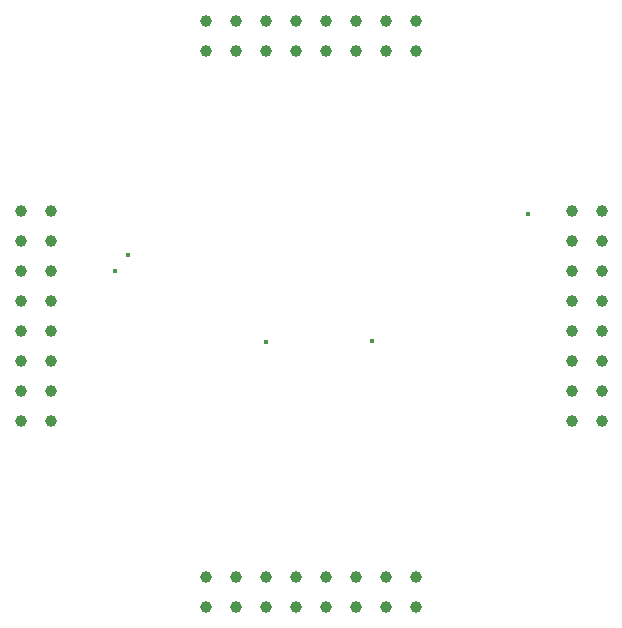
<source format=gbr>
%TF.GenerationSoftware,KiCad,Pcbnew,6.0.7+dfsg-1~bpo11+1*%
%TF.CreationDate,2022-10-12T23:47:33+02:00*%
%TF.ProjectId,vertExpIO_00,76657274-4578-4704-994f-5f30302e6b69,rev?*%
%TF.SameCoordinates,Original*%
%TF.FileFunction,Plated,1,2,PTH,Drill*%
%TF.FilePolarity,Positive*%
%FSLAX46Y46*%
G04 Gerber Fmt 4.6, Leading zero omitted, Abs format (unit mm)*
G04 Created by KiCad (PCBNEW 6.0.7+dfsg-1~bpo11+1) date 2022-10-12 23:47:33*
%MOMM*%
%LPD*%
G01*
G04 APERTURE LIST*
%TA.AperFunction,ViaDrill*%
%ADD10C,0.400000*%
%TD*%
%TA.AperFunction,ComponentDrill*%
%ADD11C,1.000000*%
%TD*%
G04 APERTURE END LIST*
D10*
X130402500Y-96935000D03*
X131517500Y-95600000D03*
X143167500Y-102960000D03*
X152127500Y-102830000D03*
X165387500Y-92100000D03*
D11*
%TO.C,J4*%
X122417500Y-91820000D03*
X122417500Y-94360000D03*
X122417500Y-96900000D03*
X122417500Y-99440000D03*
X122417500Y-101980000D03*
X122417500Y-104520000D03*
X122417500Y-107060000D03*
X122417500Y-109600000D03*
X124957500Y-91820000D03*
X124957500Y-94360000D03*
X124957500Y-96900000D03*
X124957500Y-99440000D03*
X124957500Y-101980000D03*
X124957500Y-104520000D03*
X124957500Y-107060000D03*
X124957500Y-109600000D03*
%TO.C,J1*%
X138072500Y-75730000D03*
X138072500Y-78270000D03*
%TO.C,J2*%
X138072500Y-122855000D03*
X138072500Y-125395000D03*
%TO.C,J1*%
X140612500Y-75730000D03*
X140612500Y-78270000D03*
%TO.C,J2*%
X140612500Y-122855000D03*
X140612500Y-125395000D03*
%TO.C,J1*%
X143152500Y-75730000D03*
X143152500Y-78270000D03*
%TO.C,J2*%
X143152500Y-122855000D03*
X143152500Y-125395000D03*
%TO.C,J1*%
X145692500Y-75730000D03*
X145692500Y-78270000D03*
%TO.C,J2*%
X145692500Y-122855000D03*
X145692500Y-125395000D03*
%TO.C,J1*%
X148232500Y-75730000D03*
X148232500Y-78270000D03*
%TO.C,J2*%
X148232500Y-122855000D03*
X148232500Y-125395000D03*
%TO.C,J1*%
X150772500Y-75730000D03*
X150772500Y-78270000D03*
%TO.C,J2*%
X150772500Y-122855000D03*
X150772500Y-125395000D03*
%TO.C,J1*%
X153312500Y-75730000D03*
X153312500Y-78270000D03*
%TO.C,J2*%
X153312500Y-122855000D03*
X153312500Y-125395000D03*
%TO.C,J1*%
X155852500Y-75730000D03*
X155852500Y-78270000D03*
%TO.C,J2*%
X155852500Y-122855000D03*
X155852500Y-125395000D03*
%TO.C,J3*%
X169072500Y-91865000D03*
X169072500Y-94405000D03*
X169072500Y-96945000D03*
X169072500Y-99485000D03*
X169072500Y-102025000D03*
X169072500Y-104565000D03*
X169072500Y-107105000D03*
X169072500Y-109645000D03*
X171612500Y-91865000D03*
X171612500Y-94405000D03*
X171612500Y-96945000D03*
X171612500Y-99485000D03*
X171612500Y-102025000D03*
X171612500Y-104565000D03*
X171612500Y-107105000D03*
X171612500Y-109645000D03*
M02*

</source>
